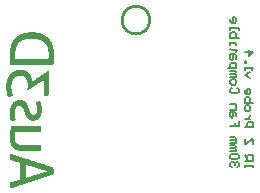
<source format=gbo>
G04 Layer_Color=32896*
%FSLAX44Y44*%
%MOMM*%
G71*
G01*
G75*
%ADD24C,0.2540*%
%ADD27C,0.1500*%
G36*
X17124Y87348D02*
X17380Y87325D01*
X17614Y87302D01*
X17800Y87278D01*
X17963Y87255D01*
X18057Y87232D01*
X18080D01*
X18570Y87138D01*
X18803Y87092D01*
X18989Y87045D01*
X19152Y86975D01*
X19292Y86952D01*
X19362Y86905D01*
X19386D01*
X19805Y86695D01*
X19992Y86602D01*
X20155Y86509D01*
X20295Y86439D01*
X20388Y86369D01*
X20458Y86346D01*
X20482Y86322D01*
X20831Y86089D01*
X21111Y85879D01*
X21228Y85786D01*
X21321Y85716D01*
X21368Y85669D01*
X21391Y85646D01*
X21694Y85343D01*
X21927Y85063D01*
X22020Y84947D01*
X22090Y84853D01*
X22137Y84807D01*
X22160Y84783D01*
X22417Y84434D01*
X22627Y84107D01*
X22697Y83967D01*
X22767Y83851D01*
X22790Y83781D01*
X22813Y83757D01*
X23000Y83361D01*
X23093Y83174D01*
X23163Y82988D01*
X23233Y82848D01*
X23280Y82732D01*
X23326Y82662D01*
Y82638D01*
X23489Y82219D01*
X23559Y82009D01*
X23606Y81845D01*
X23676Y81682D01*
X23699Y81566D01*
X23746Y81496D01*
Y81472D01*
X23839Y81239D01*
X23886Y81053D01*
X23932Y80936D01*
X23956Y80866D01*
Y80820D01*
X23979Y80773D01*
X24002Y80703D01*
X24026Y80610D01*
X24119Y80376D01*
X24236Y80073D01*
X24329Y79770D01*
X24422Y79514D01*
X24469Y79420D01*
X24492Y79327D01*
X24515Y79281D01*
Y79257D01*
X24609Y78931D01*
X24702Y78651D01*
X24749Y78534D01*
X24772Y78441D01*
X24795Y78394D01*
Y78371D01*
X24935Y78068D01*
X25028Y77812D01*
X25075Y77695D01*
X25098Y77625D01*
X25122Y77578D01*
Y77555D01*
X25238Y77275D01*
X25331Y77042D01*
X25378Y76949D01*
X25425Y76879D01*
X25448Y76832D01*
Y76809D01*
X25588Y76576D01*
X25728Y76366D01*
X25821Y76226D01*
X25845Y76203D01*
Y76179D01*
X26008Y75946D01*
X26148Y75783D01*
X26264Y75666D01*
X26311Y75620D01*
X26497Y75457D01*
X26684Y75340D01*
X26824Y75247D01*
X26847Y75223D01*
X26871D01*
X27104Y75107D01*
X27313Y75013D01*
X27477Y74967D01*
X27500Y74943D01*
X27523D01*
X27803Y74897D01*
X28060Y74874D01*
X28153Y74850D01*
X28316D01*
X28619Y74874D01*
X28899Y74920D01*
X29132Y74967D01*
X29342Y75037D01*
X29505Y75107D01*
X29645Y75177D01*
X29715Y75200D01*
X29739Y75223D01*
X29948Y75387D01*
X30135Y75550D01*
X30275Y75736D01*
X30415Y75900D01*
X30508Y76063D01*
X30578Y76179D01*
X30624Y76273D01*
X30648Y76296D01*
X30858Y76856D01*
X30928Y77112D01*
X30998Y77345D01*
X31068Y77555D01*
X31114Y77718D01*
X31137Y77812D01*
Y77858D01*
X31231Y78488D01*
X31254Y78768D01*
X31277Y79047D01*
X31301Y79281D01*
Y79444D01*
Y79560D01*
Y79607D01*
Y79933D01*
X31277Y80237D01*
Y80540D01*
X31254Y80796D01*
X31231Y81006D01*
Y81169D01*
X31207Y81263D01*
Y81309D01*
X31114Y81892D01*
X31068Y82172D01*
X31021Y82405D01*
X30974Y82615D01*
X30951Y82755D01*
X30904Y82871D01*
Y82895D01*
X30788Y83454D01*
X30718Y83687D01*
X30671Y83897D01*
X30624Y84084D01*
X30578Y84224D01*
X30555Y84317D01*
Y84340D01*
X30415Y84807D01*
X30345Y85017D01*
X30275Y85203D01*
X30228Y85366D01*
X30182Y85483D01*
X30158Y85553D01*
Y85576D01*
X30485Y85716D01*
X30764Y85833D01*
X30881Y85856D01*
X30974Y85903D01*
X31021Y85926D01*
X31044D01*
X31394Y86042D01*
X31697Y86159D01*
X31814Y86182D01*
X31907Y86206D01*
X31977Y86229D01*
X32000D01*
X32373Y86322D01*
X32536Y86369D01*
X32700Y86392D01*
X32816Y86416D01*
X32910Y86439D01*
X32980Y86462D01*
X33003D01*
X33376Y86532D01*
X33702Y86579D01*
X33842Y86602D01*
X33936Y86625D01*
X34029D01*
X34192Y86066D01*
X34285Y85809D01*
X34355Y85576D01*
X34402Y85366D01*
X34448Y85203D01*
X34495Y85110D01*
Y85063D01*
X34658Y84457D01*
X34728Y84154D01*
X34775Y83874D01*
X34845Y83641D01*
X34868Y83454D01*
X34915Y83338D01*
Y83291D01*
X35031Y82615D01*
X35078Y82289D01*
X35125Y82009D01*
X35148Y81752D01*
X35171Y81566D01*
X35195Y81449D01*
Y81402D01*
X35241Y80703D01*
Y80353D01*
X35265Y80073D01*
Y79817D01*
Y79607D01*
Y79490D01*
Y79467D01*
Y79444D01*
X35241Y78581D01*
X35195Y77812D01*
X35148Y77439D01*
X35101Y77089D01*
X35055Y76786D01*
X35031Y76483D01*
X34985Y76226D01*
X34938Y75993D01*
X34892Y75783D01*
X34845Y75620D01*
X34822Y75480D01*
X34798Y75387D01*
X34775Y75317D01*
Y75293D01*
X34565Y74640D01*
X34332Y74057D01*
X34076Y73545D01*
X33819Y73102D01*
X33609Y72752D01*
X33516Y72612D01*
X33423Y72495D01*
X33353Y72379D01*
X33306Y72309D01*
X33283Y72285D01*
X33259Y72262D01*
X32863Y71819D01*
X32467Y71446D01*
X32070Y71143D01*
X31697Y70886D01*
X31371Y70676D01*
X31114Y70537D01*
X31021Y70490D01*
X30951Y70443D01*
X30904Y70420D01*
X30881D01*
X30368Y70210D01*
X29832Y70070D01*
X29319Y69954D01*
X28829Y69884D01*
X28433Y69837D01*
X28246D01*
X28106Y69814D01*
X27803D01*
X27337Y69837D01*
X26917Y69860D01*
X26544Y69930D01*
X26194Y70000D01*
X25914Y70047D01*
X25728Y70117D01*
X25588Y70140D01*
X25565Y70163D01*
X25541D01*
X25168Y70327D01*
X24818Y70490D01*
X24515Y70676D01*
X24259Y70863D01*
X24049Y71026D01*
X23886Y71166D01*
X23793Y71259D01*
X23746Y71283D01*
X23466Y71562D01*
X23210Y71889D01*
X22977Y72192D01*
X22767Y72495D01*
X22580Y72775D01*
X22440Y72985D01*
X22347Y73125D01*
X22324Y73148D01*
Y73171D01*
X22067Y73638D01*
X21834Y74104D01*
X21601Y74570D01*
X21414Y75013D01*
X21274Y75387D01*
X21204Y75550D01*
X21134Y75690D01*
X21111Y75783D01*
X21065Y75876D01*
X21041Y75923D01*
Y75946D01*
X20971Y76133D01*
X20901Y76296D01*
X20878Y76389D01*
X20855Y76436D01*
X20831Y76483D01*
X20808Y76506D01*
Y76552D01*
X20761Y76646D01*
X20691Y76832D01*
X20598Y77065D01*
X20528Y77299D01*
X20435Y77508D01*
X20388Y77672D01*
X20365Y77695D01*
Y77718D01*
X20248Y78068D01*
X20155Y78371D01*
X20132Y78511D01*
X20085Y78604D01*
X20062Y78651D01*
Y78674D01*
X19945Y79001D01*
X19852Y79281D01*
X19829Y79374D01*
X19782Y79467D01*
X19759Y79514D01*
Y79537D01*
X19619Y79840D01*
X19502Y80073D01*
X19456Y80167D01*
X19409Y80237D01*
X19386Y80260D01*
Y80283D01*
X19222Y80540D01*
X19106Y80773D01*
X19036Y80866D01*
X19013Y80936D01*
X18966Y80959D01*
Y80983D01*
X18779Y81216D01*
X18616Y81379D01*
X18500Y81496D01*
X18476Y81542D01*
X18453D01*
X18243Y81729D01*
X18057Y81869D01*
X17893Y81962D01*
X17870Y81985D01*
X17847D01*
X17614Y82125D01*
X17380Y82219D01*
X17264Y82242D01*
X17194Y82265D01*
X17147Y82289D01*
X17124D01*
X16797Y82335D01*
X16494Y82358D01*
X16168D01*
X15841Y82335D01*
X15562Y82312D01*
X15468Y82289D01*
X15375D01*
X15328Y82265D01*
X15305D01*
X15002Y82149D01*
X14769Y82032D01*
X14676Y81985D01*
X14629Y81939D01*
X14582Y81915D01*
X14559Y81892D01*
X14303Y81706D01*
X14069Y81519D01*
X13976Y81449D01*
X13906Y81379D01*
X13883Y81356D01*
X13859Y81333D01*
X13626Y81099D01*
X13463Y80866D01*
X13393Y80773D01*
X13347Y80703D01*
X13300Y80656D01*
Y80633D01*
X13137Y80330D01*
X12997Y80050D01*
X12950Y79933D01*
X12903Y79840D01*
X12880Y79794D01*
Y79770D01*
X12740Y79420D01*
X12647Y79117D01*
X12600Y78977D01*
X12577Y78884D01*
X12554Y78814D01*
Y78791D01*
X12460Y78394D01*
X12437Y78208D01*
X12414Y78045D01*
X12391Y77905D01*
X12367Y77788D01*
Y77718D01*
Y77695D01*
X12344Y77299D01*
Y77112D01*
X12320Y76926D01*
Y76786D01*
Y76669D01*
Y76599D01*
Y76576D01*
X12344Y75970D01*
Y75713D01*
X12367Y75457D01*
Y75247D01*
X12391Y75083D01*
Y74990D01*
Y74943D01*
X12460Y74337D01*
X12507Y74081D01*
X12530Y73824D01*
X12577Y73615D01*
X12600Y73451D01*
X12624Y73358D01*
Y73311D01*
X12764Y72728D01*
X12833Y72449D01*
X12880Y72215D01*
X12927Y72029D01*
X12973Y71889D01*
X12997Y71772D01*
Y71749D01*
X13183Y71213D01*
X13253Y70956D01*
X13347Y70746D01*
X13416Y70560D01*
X13463Y70420D01*
X13486Y70327D01*
X13510Y70303D01*
X13137Y70163D01*
X12950Y70094D01*
X12810Y70047D01*
X12670Y70000D01*
X12577Y69954D01*
X12507Y69930D01*
X12484D01*
X12111Y69790D01*
X11947Y69744D01*
X11784Y69697D01*
X11668Y69651D01*
X11574Y69604D01*
X11504Y69581D01*
X11481D01*
X11085Y69464D01*
X10921Y69417D01*
X10758Y69371D01*
X10618Y69347D01*
X10525Y69324D01*
X10455Y69301D01*
X10432D01*
X10059Y69231D01*
X9756Y69208D01*
X9616Y69184D01*
X9523Y69161D01*
X9429D01*
X9219Y69744D01*
X9149Y70024D01*
X9079Y70257D01*
X9010Y70490D01*
X8963Y70653D01*
X8939Y70746D01*
Y70793D01*
X8776Y71423D01*
X8706Y71702D01*
X8660Y71982D01*
X8613Y72215D01*
X8566Y72379D01*
X8543Y72495D01*
Y72542D01*
X8427Y73241D01*
X8380Y73568D01*
X8357Y73871D01*
X8310Y74127D01*
Y74314D01*
X8287Y74454D01*
Y74500D01*
X8240Y75317D01*
Y75690D01*
X8217Y76039D01*
Y76319D01*
Y76552D01*
Y76646D01*
Y76716D01*
Y76739D01*
Y76762D01*
Y77205D01*
X8240Y77625D01*
X8263Y78021D01*
X8287Y78348D01*
X8310Y78628D01*
X8333Y78837D01*
X8357Y78977D01*
Y79024D01*
X8427Y79420D01*
X8497Y79817D01*
X8566Y80167D01*
X8660Y80470D01*
X8730Y80726D01*
X8776Y80936D01*
X8800Y81053D01*
X8823Y81099D01*
X8939Y81472D01*
X9056Y81799D01*
X9196Y82125D01*
X9289Y82382D01*
X9406Y82615D01*
X9476Y82778D01*
X9523Y82871D01*
X9546Y82918D01*
X9709Y83221D01*
X9872Y83524D01*
X10035Y83781D01*
X10175Y84014D01*
X10315Y84200D01*
X10409Y84340D01*
X10479Y84434D01*
X10502Y84457D01*
X10712Y84713D01*
X10921Y84970D01*
X11131Y85180D01*
X11318Y85366D01*
X11458Y85506D01*
X11574Y85623D01*
X11668Y85693D01*
X11691Y85716D01*
X12204Y86066D01*
X12437Y86229D01*
X12647Y86369D01*
X12833Y86462D01*
X12997Y86556D01*
X13090Y86602D01*
X13113Y86625D01*
X13696Y86882D01*
X13976Y86975D01*
X14232Y87045D01*
X14442Y87115D01*
X14606Y87162D01*
X14699Y87185D01*
X14746D01*
X15398Y87302D01*
X15702Y87325D01*
X15958Y87348D01*
X16191Y87372D01*
X16844D01*
X17124Y87348D01*
D02*
G37*
G36*
X34728Y65197D02*
X34752Y65010D01*
X34775Y64871D01*
Y64847D01*
Y64824D01*
X34798Y64591D01*
Y64381D01*
X34822Y64288D01*
Y64241D01*
Y64194D01*
Y64171D01*
X34845Y63938D01*
Y63728D01*
Y63588D01*
Y63565D01*
Y63541D01*
X34868Y63332D01*
X34892Y63145D01*
Y63005D01*
Y62982D01*
Y62958D01*
Y62725D01*
X34868Y62539D01*
X34845Y62399D01*
Y62376D01*
Y62352D01*
Y62119D01*
Y61933D01*
X34822Y61769D01*
Y61746D01*
Y61723D01*
X34798Y61466D01*
Y61256D01*
X34775Y61116D01*
Y61093D01*
Y61070D01*
X34752Y60837D01*
X34705Y60650D01*
X34682Y60533D01*
Y60510D01*
Y60487D01*
X12950D01*
X12764Y59787D01*
X12694Y59438D01*
X12647Y59134D01*
X12600Y58855D01*
X12554Y58645D01*
X12530Y58505D01*
Y58482D01*
Y58458D01*
X12460Y57642D01*
X12437Y57246D01*
Y56873D01*
X12414Y56546D01*
Y56313D01*
Y56220D01*
Y56150D01*
Y56103D01*
Y56080D01*
X12437Y55474D01*
Y55194D01*
X12460Y54961D01*
Y54751D01*
X12484Y54611D01*
Y54518D01*
Y54471D01*
X12530Y54191D01*
X12577Y53935D01*
X12624Y53702D01*
X12670Y53492D01*
X12694Y53305D01*
X12740Y53189D01*
X12764Y53095D01*
Y53072D01*
X12903Y52606D01*
X12997Y52396D01*
X13067Y52209D01*
X13137Y52046D01*
X13207Y51929D01*
X13230Y51859D01*
X13253Y51836D01*
X13510Y51463D01*
X13626Y51277D01*
X13743Y51137D01*
X13836Y51020D01*
X13929Y50927D01*
X13976Y50857D01*
X13999Y50834D01*
X14372Y50530D01*
X14722Y50274D01*
X14885Y50181D01*
X15002Y50111D01*
X15072Y50064D01*
X15095Y50041D01*
X15585Y49808D01*
X15818Y49714D01*
X16028Y49621D01*
X16238Y49574D01*
X16378Y49528D01*
X16471Y49481D01*
X16518D01*
X17124Y49318D01*
X17427Y49271D01*
X17707Y49225D01*
X17940Y49178D01*
X18126Y49155D01*
X18243Y49131D01*
X18290D01*
X19059Y49085D01*
X19432Y49061D01*
X19782D01*
X20085Y49038D01*
X34682D01*
X34728Y48805D01*
X34752Y48618D01*
X34775Y48478D01*
Y48455D01*
Y48432D01*
X34798Y48199D01*
Y47989D01*
X34822Y47826D01*
Y47802D01*
Y47779D01*
X34845Y47523D01*
Y47289D01*
Y47196D01*
Y47126D01*
Y47103D01*
Y47080D01*
X34868Y46870D01*
X34892Y46683D01*
Y46543D01*
Y46520D01*
Y46497D01*
Y46310D01*
X34868Y46123D01*
X34845Y45984D01*
Y45960D01*
Y45937D01*
Y45727D01*
Y45517D01*
X34822Y45424D01*
Y45354D01*
Y45307D01*
Y45284D01*
X34798Y44981D01*
X34752Y44724D01*
X34728Y44515D01*
Y44351D01*
X34705Y44212D01*
X34682Y44095D01*
Y44048D01*
Y44025D01*
X20318D01*
X19596Y44048D01*
X18943Y44072D01*
X18360Y44118D01*
X17847Y44165D01*
X17614Y44188D01*
X17404Y44212D01*
X17241D01*
X17100Y44235D01*
X16984Y44258D01*
X16891Y44281D01*
X16821D01*
X16261Y44375D01*
X15725Y44491D01*
X15259Y44608D01*
X14862Y44724D01*
X14536Y44818D01*
X14279Y44911D01*
X14186Y44934D01*
X14116Y44958D01*
X14093Y44981D01*
X14069D01*
X13650Y45167D01*
X13230Y45354D01*
X12880Y45540D01*
X12577Y45727D01*
X12320Y45890D01*
X12134Y46007D01*
X12017Y46100D01*
X11971Y46123D01*
X11644Y46380D01*
X11341Y46637D01*
X11061Y46870D01*
X10828Y47103D01*
X10642Y47289D01*
X10502Y47453D01*
X10409Y47546D01*
X10385Y47593D01*
X10152Y47919D01*
X9942Y48222D01*
X9756Y48525D01*
X9592Y48805D01*
X9476Y49038D01*
X9359Y49225D01*
X9313Y49341D01*
X9289Y49388D01*
X9010Y50134D01*
X8893Y50484D01*
X8800Y50810D01*
X8730Y51067D01*
X8683Y51277D01*
X8636Y51417D01*
Y51463D01*
X8566Y51883D01*
X8497Y52279D01*
X8450Y52676D01*
X8403Y53025D01*
X8357Y53305D01*
X8333Y53538D01*
Y53608D01*
X8310Y53678D01*
Y53702D01*
Y53725D01*
X8287Y54168D01*
X8263Y54611D01*
X8240Y55007D01*
Y55380D01*
X8217Y55707D01*
Y55940D01*
Y56033D01*
Y56103D01*
Y56127D01*
Y56150D01*
Y56639D01*
X8240Y57106D01*
Y57526D01*
X8263Y57922D01*
X8287Y58248D01*
Y58505D01*
X8310Y58598D01*
Y58668D01*
Y58691D01*
Y58715D01*
X8357Y59181D01*
X8427Y59624D01*
X8473Y60044D01*
X8543Y60417D01*
X8590Y60743D01*
X8636Y60977D01*
Y61070D01*
X8660Y61140D01*
Y61163D01*
Y61186D01*
X8753Y61653D01*
X8823Y62072D01*
X8916Y62469D01*
X8986Y62795D01*
X9033Y63098D01*
X9079Y63308D01*
X9126Y63448D01*
Y63495D01*
X9219Y63868D01*
X9313Y64218D01*
X9406Y64544D01*
X9476Y64847D01*
X9523Y65080D01*
X9569Y65244D01*
X9616Y65360D01*
Y65407D01*
X34682D01*
X34728Y65197D01*
D02*
G37*
G36*
X9243Y41810D02*
X9616Y41693D01*
X9966Y41577D01*
X10269Y41483D01*
X10502Y41413D01*
X10688Y41343D01*
X10805Y41320D01*
X10852Y41297D01*
X11178Y41203D01*
X11481Y41110D01*
X11738Y41017D01*
X11971Y40947D01*
X12181Y40900D01*
X12320Y40854D01*
X12414Y40807D01*
X12437D01*
X13020Y40621D01*
X13510Y40434D01*
X13929Y40294D01*
X14279Y40201D01*
X14536Y40108D01*
X14722Y40038D01*
X14839Y40014D01*
X14885Y39991D01*
X15212Y39874D01*
X15538Y39781D01*
X15865Y39665D01*
X16191Y39571D01*
X16448Y39478D01*
X16658Y39408D01*
X16797Y39362D01*
X16821Y39338D01*
X16844D01*
X17124Y39268D01*
X17380Y39198D01*
X17474Y39152D01*
X17567Y39128D01*
X17614Y39105D01*
X17637D01*
X17987Y38988D01*
X18290Y38872D01*
X18430Y38849D01*
X18523Y38802D01*
X18593Y38779D01*
X18616D01*
X19036Y38639D01*
X19246Y38592D01*
X19432Y38522D01*
X19596Y38475D01*
X19712Y38429D01*
X19805Y38382D01*
X19829D01*
X20342Y38219D01*
X20598Y38126D01*
X20831Y38056D01*
X21018Y37986D01*
X21181Y37939D01*
X21274Y37916D01*
X21321Y37892D01*
X21834Y37729D01*
X22347Y37566D01*
X22860Y37403D01*
X23350Y37240D01*
X23769Y37123D01*
X23956Y37053D01*
X24096Y37006D01*
X24236Y36960D01*
X24329Y36937D01*
X24376Y36913D01*
X24399D01*
X25075Y36680D01*
X25798Y36447D01*
X26474Y36237D01*
X27127Y36027D01*
X27430Y35934D01*
X27687Y35841D01*
X27920Y35747D01*
X28130Y35701D01*
X28293Y35631D01*
X28433Y35584D01*
X28503Y35561D01*
X28526D01*
X29109Y35374D01*
X29692Y35188D01*
X30881Y34791D01*
X32070Y34418D01*
X32630Y34232D01*
X33166Y34045D01*
X33679Y33882D01*
X34122Y33742D01*
X34542Y33602D01*
X34892Y33486D01*
X35171Y33392D01*
X35381Y33346D01*
X35521Y33299D01*
X35568Y33276D01*
X36337Y33019D01*
X37153Y32763D01*
X38762Y32226D01*
X39578Y31970D01*
X40371Y31713D01*
X41117Y31480D01*
X41840Y31247D01*
X42516Y31014D01*
X43146Y30827D01*
X43682Y30641D01*
X44172Y30501D01*
X44382Y30431D01*
X44545Y30361D01*
X44708Y30314D01*
X44848Y30268D01*
X44941Y30245D01*
X45011Y30221D01*
X45058Y30198D01*
X45081D01*
X45128Y29941D01*
X45151Y29708D01*
Y29615D01*
X45174Y29545D01*
Y29522D01*
Y29498D01*
X45198Y29218D01*
Y28985D01*
X45221Y28869D01*
Y28799D01*
Y28752D01*
Y28729D01*
X45244Y28449D01*
Y28216D01*
Y28123D01*
Y28053D01*
Y28006D01*
Y27983D01*
X45268Y27726D01*
Y27493D01*
Y27400D01*
Y27330D01*
Y27283D01*
Y27260D01*
Y26980D01*
Y26747D01*
X45244Y26630D01*
Y26560D01*
Y26514D01*
Y26490D01*
Y26211D01*
Y25954D01*
X45221Y25861D01*
Y25791D01*
Y25744D01*
Y25721D01*
X45198Y25441D01*
Y25208D01*
X45174Y25115D01*
Y25045D01*
Y24998D01*
Y24975D01*
X45151Y24718D01*
X45104Y24508D01*
X45081Y24345D01*
Y24322D01*
Y24299D01*
X44661Y24159D01*
X44265Y24042D01*
X43915Y23925D01*
X43612Y23832D01*
X43379Y23739D01*
X43193Y23669D01*
X43076Y23646D01*
X43029Y23622D01*
X42703Y23529D01*
X42423Y23436D01*
X42143Y23343D01*
X41910Y23273D01*
X41723Y23226D01*
X41584Y23179D01*
X41490Y23133D01*
X41467D01*
X40884Y22946D01*
X40394Y22783D01*
X39975Y22643D01*
X39625Y22527D01*
X39345Y22433D01*
X39159Y22363D01*
X39042Y22340D01*
X38995Y22317D01*
X38669Y22200D01*
X38342Y22107D01*
X38016Y21990D01*
X37713Y21897D01*
X37433Y21804D01*
X37223Y21757D01*
X37083Y21710D01*
X37060Y21687D01*
X37037D01*
X36780Y21594D01*
X36524Y21500D01*
X36430Y21477D01*
X36337Y21454D01*
X36291Y21431D01*
X36267D01*
X35917Y21314D01*
X35591Y21221D01*
X35475Y21174D01*
X35358Y21127D01*
X35288Y21104D01*
X35265D01*
X34845Y20964D01*
X34658Y20918D01*
X34472Y20848D01*
X34309Y20801D01*
X34192Y20754D01*
X34099Y20708D01*
X34076D01*
X33563Y20545D01*
X33306Y20451D01*
X33073Y20381D01*
X32863Y20311D01*
X32700Y20265D01*
X32606Y20241D01*
X32560Y20218D01*
X32047Y20055D01*
X31534Y19892D01*
X31021Y19728D01*
X30531Y19565D01*
X30111Y19425D01*
X29925Y19355D01*
X29785Y19309D01*
X29645Y19262D01*
X29552Y19239D01*
X29505Y19215D01*
X29482D01*
X28806Y19006D01*
X28083Y18772D01*
X27407Y18539D01*
X26777Y18353D01*
X26474Y18236D01*
X26218Y18166D01*
X25984Y18073D01*
X25775Y18026D01*
X25611Y17956D01*
X25471Y17910D01*
X25401Y17886D01*
X25378D01*
X24818Y17700D01*
X24212Y17513D01*
X23023Y17117D01*
X21834Y16744D01*
X21274Y16557D01*
X20738Y16371D01*
X20225Y16207D01*
X19759Y16068D01*
X19362Y15928D01*
X18989Y15811D01*
X18709Y15718D01*
X18500Y15671D01*
X18360Y15625D01*
X18336Y15601D01*
X18313D01*
X17544Y15345D01*
X16751Y15088D01*
X15119Y14552D01*
X14326Y14296D01*
X13533Y14039D01*
X12764Y13783D01*
X12041Y13549D01*
X11365Y13340D01*
X10758Y13130D01*
X10199Y12943D01*
X9732Y12803D01*
X9523Y12733D01*
X9359Y12663D01*
X9196Y12617D01*
X9056Y12570D01*
X8963Y12547D01*
X8893Y12523D01*
X8846Y12500D01*
X8823D01*
X8776Y12710D01*
X8730Y12896D01*
X8706Y13036D01*
Y13060D01*
Y13083D01*
X8683Y13316D01*
Y13503D01*
X8660Y13666D01*
Y13689D01*
Y13713D01*
X8636Y13969D01*
Y14202D01*
Y14272D01*
Y14342D01*
Y14389D01*
Y14412D01*
X8613Y14669D01*
Y14902D01*
Y14972D01*
Y15042D01*
Y15088D01*
Y15112D01*
Y15345D01*
X8636Y15555D01*
Y15718D01*
Y15741D01*
Y15764D01*
Y16021D01*
X8660Y16231D01*
Y16324D01*
Y16394D01*
Y16417D01*
Y16441D01*
X8683Y16674D01*
Y16860D01*
X8706Y17024D01*
Y17047D01*
Y17070D01*
X8753Y17327D01*
X8776Y17537D01*
X8800Y17630D01*
X8823Y17700D01*
Y17723D01*
Y17746D01*
X9826Y18050D01*
X10782Y18329D01*
X11668Y18586D01*
X12484Y18819D01*
X13230Y19029D01*
X13929Y19239D01*
X14536Y19425D01*
X15095Y19589D01*
X15585Y19728D01*
X16005Y19845D01*
X16378Y19962D01*
X16681Y20031D01*
X16891Y20101D01*
X17054Y20148D01*
X17170Y20195D01*
X17194D01*
Y21034D01*
Y21874D01*
Y22666D01*
Y23436D01*
Y24159D01*
Y24881D01*
Y25558D01*
Y26234D01*
Y26864D01*
Y27470D01*
Y28053D01*
Y28589D01*
Y29125D01*
Y29615D01*
Y30081D01*
Y30524D01*
Y30944D01*
Y31340D01*
Y31690D01*
Y32040D01*
Y32343D01*
Y32623D01*
Y32879D01*
Y33112D01*
Y33322D01*
Y33486D01*
Y33649D01*
Y33765D01*
Y33859D01*
Y33929D01*
Y33952D01*
Y33975D01*
X16961Y34045D01*
X16751Y34115D01*
X16564Y34185D01*
X16401Y34232D01*
X16121Y34302D01*
X15935Y34372D01*
X15818Y34395D01*
X15725Y34418D01*
X15678Y34442D01*
X15632Y34465D01*
X15562D01*
X15398Y34535D01*
X15165Y34605D01*
X14932Y34675D01*
X14699Y34745D01*
X14489Y34815D01*
X14349Y34838D01*
X14326Y34861D01*
X14303D01*
X14069Y34931D01*
X13836Y34978D01*
X13720Y35001D01*
X13650Y35024D01*
X13603Y35048D01*
X13580D01*
X13276Y35164D01*
X12973Y35258D01*
X12833Y35304D01*
X12717Y35328D01*
X12647Y35351D01*
X12624D01*
X12367Y35444D01*
X12087Y35538D01*
X11808Y35607D01*
X11574Y35677D01*
X11341Y35747D01*
X11178Y35794D01*
X11061Y35841D01*
X11015D01*
X10642Y35957D01*
X10269Y36074D01*
X9895Y36190D01*
X9569Y36284D01*
X9266Y36377D01*
X9033Y36447D01*
X8939Y36470D01*
X8870Y36493D01*
X8846Y36517D01*
X8823D01*
X8776Y36727D01*
X8730Y36937D01*
X8706Y37076D01*
Y37100D01*
Y37123D01*
X8683Y37356D01*
Y37589D01*
X8660Y37683D01*
Y37729D01*
Y37776D01*
Y37799D01*
X8636Y38032D01*
Y38266D01*
Y38359D01*
Y38405D01*
Y38452D01*
Y38475D01*
X8613Y38709D01*
Y38918D01*
Y39082D01*
Y39105D01*
Y39128D01*
Y39408D01*
X8636Y39641D01*
Y39711D01*
Y39781D01*
Y39828D01*
Y39851D01*
Y40108D01*
X8660Y40364D01*
Y40457D01*
Y40527D01*
Y40574D01*
Y40597D01*
X8683Y40877D01*
Y41110D01*
X8706Y41180D01*
Y41250D01*
Y41297D01*
Y41320D01*
X8753Y41577D01*
X8776Y41763D01*
X8823Y41903D01*
Y41926D01*
Y41950D01*
X9243Y41810D01*
D02*
G37*
G36*
X27710Y144732D02*
X28526Y144709D01*
X29295Y144639D01*
X30042Y144569D01*
X30741Y144475D01*
X31417Y144382D01*
X32024Y144266D01*
X32583Y144172D01*
X33096Y144056D01*
X33563Y143939D01*
X33959Y143846D01*
X34285Y143753D01*
X34542Y143683D01*
X34728Y143613D01*
X34845Y143589D01*
X34892Y143566D01*
X35521Y143333D01*
X36127Y143076D01*
X36710Y142797D01*
X37270Y142517D01*
X37783Y142214D01*
X38273Y141934D01*
X38716Y141631D01*
X39135Y141351D01*
X39508Y141071D01*
X39835Y140838D01*
X40115Y140605D01*
X40348Y140418D01*
X40534Y140255D01*
X40674Y140115D01*
X40767Y140045D01*
X40791Y140022D01*
X41234Y139556D01*
X41654Y139089D01*
X42027Y138600D01*
X42376Y138087D01*
X42703Y137597D01*
X43006Y137107D01*
X43262Y136617D01*
X43519Y136174D01*
X43729Y135731D01*
X43892Y135358D01*
X44055Y134985D01*
X44172Y134682D01*
X44288Y134449D01*
X44358Y134263D01*
X44382Y134146D01*
X44405Y134099D01*
X44615Y133423D01*
X44801Y132724D01*
X44965Y132001D01*
X45104Y131301D01*
X45221Y130578D01*
X45314Y129902D01*
X45408Y129226D01*
X45478Y128596D01*
X45524Y128013D01*
X45547Y127477D01*
X45571Y126987D01*
X45594Y126568D01*
X45617Y126241D01*
Y126102D01*
Y125985D01*
Y125892D01*
Y125822D01*
Y125798D01*
Y125775D01*
Y125332D01*
Y124912D01*
Y124516D01*
Y124166D01*
X45594Y123863D01*
Y123653D01*
Y123560D01*
Y123490D01*
Y123467D01*
Y123443D01*
X45571Y123000D01*
X45547Y122557D01*
X45524Y122138D01*
X45501Y121788D01*
X45478Y121461D01*
Y121228D01*
X45454Y121135D01*
Y121065D01*
Y121042D01*
Y121018D01*
X45431Y120599D01*
X45384Y120202D01*
X45361Y119853D01*
X45338Y119549D01*
X45314Y119316D01*
X45291Y119130D01*
X45268Y119013D01*
Y118966D01*
X45198Y118290D01*
X45174Y117987D01*
X45151Y117684D01*
X45128Y117451D01*
X45104Y117264D01*
X45081Y117148D01*
Y117101D01*
Y117008D01*
Y116984D01*
Y116915D01*
Y116891D01*
Y116868D01*
X8823D01*
X8730Y117521D01*
X8683Y117824D01*
X8660Y118127D01*
X8636Y118360D01*
X8613Y118570D01*
X8590Y118687D01*
Y118733D01*
X8520Y119479D01*
X8497Y119853D01*
X8473Y120179D01*
X8450Y120459D01*
X8427Y120692D01*
X8403Y120762D01*
Y120832D01*
Y120855D01*
Y120878D01*
X8357Y121298D01*
X8333Y121718D01*
X8310Y122114D01*
X8287Y122464D01*
X8263Y122767D01*
X8240Y123000D01*
Y123094D01*
Y123163D01*
Y123187D01*
Y123210D01*
Y123653D01*
X8217Y124073D01*
Y124469D01*
Y124819D01*
Y125122D01*
Y125355D01*
Y125449D01*
Y125519D01*
Y125542D01*
Y125565D01*
X8240Y126451D01*
X8263Y127291D01*
X8333Y128107D01*
X8403Y128876D01*
X8473Y129622D01*
X8590Y130299D01*
X8683Y130951D01*
X8800Y131534D01*
X8893Y132071D01*
X9010Y132537D01*
X9103Y132957D01*
X9173Y133307D01*
X9266Y133563D01*
X9313Y133773D01*
X9336Y133889D01*
X9359Y133936D01*
X9592Y134589D01*
X9826Y135218D01*
X10105Y135825D01*
X10385Y136384D01*
X10665Y136921D01*
X10945Y137410D01*
X11248Y137853D01*
X11504Y138273D01*
X11784Y138646D01*
X12017Y138973D01*
X12251Y139252D01*
X12437Y139486D01*
X12600Y139672D01*
X12717Y139789D01*
X12787Y139882D01*
X12810Y139905D01*
X13253Y140348D01*
X13720Y140768D01*
X14186Y141141D01*
X14676Y141491D01*
X15165Y141817D01*
X15655Y142120D01*
X16121Y142400D01*
X16564Y142633D01*
X16984Y142843D01*
X17380Y143030D01*
X17730Y143193D01*
X18033Y143310D01*
X18266Y143426D01*
X18453Y143496D01*
X18570Y143519D01*
X18616Y143543D01*
X19292Y143753D01*
X19992Y143939D01*
X20691Y144102D01*
X21391Y144242D01*
X22090Y144359D01*
X22767Y144452D01*
X23443Y144545D01*
X24072Y144615D01*
X24655Y144662D01*
X25192Y144685D01*
X25658Y144709D01*
X26078Y144732D01*
X26404Y144755D01*
X26871D01*
X27710Y144732D01*
D02*
G37*
G36*
X18220Y112881D02*
X18476Y112857D01*
X18733Y112834D01*
X18919Y112811D01*
X19082Y112787D01*
X19199Y112764D01*
X19222D01*
X19829Y112647D01*
X20108Y112577D01*
X20342Y112507D01*
X20552Y112438D01*
X20715Y112391D01*
X20808Y112368D01*
X20855Y112344D01*
X21437Y112111D01*
X21717Y111995D01*
X21951Y111878D01*
X22137Y111761D01*
X22277Y111691D01*
X22394Y111645D01*
X22417Y111622D01*
X22697Y111458D01*
X22953Y111295D01*
X23210Y111132D01*
X23396Y110969D01*
X23583Y110852D01*
X23699Y110735D01*
X23793Y110666D01*
X23816Y110642D01*
X24306Y110199D01*
X24515Y109989D01*
X24679Y109803D01*
X24842Y109616D01*
X24958Y109476D01*
X25028Y109383D01*
X25052Y109360D01*
X25425Y108823D01*
X25588Y108567D01*
X25728Y108310D01*
X25845Y108101D01*
X25938Y107937D01*
X25984Y107844D01*
X26008Y107797D01*
X26264Y107121D01*
X26381Y106795D01*
X26451Y106515D01*
X26521Y106258D01*
X26567Y106072D01*
X26614Y105932D01*
Y105909D01*
Y105885D01*
X26731Y105116D01*
X26777Y104743D01*
X26800Y104393D01*
X26824Y104090D01*
Y103880D01*
Y103787D01*
Y103717D01*
Y103694D01*
Y103670D01*
Y103554D01*
Y103507D01*
Y103484D01*
Y103391D01*
Y103321D01*
Y103274D01*
Y103251D01*
Y103134D01*
Y103111D01*
Y103087D01*
X26800Y102971D01*
X26777Y102924D01*
Y102901D01*
X27640Y103461D01*
X28479Y104020D01*
X29272Y104556D01*
X30042Y105069D01*
X30788Y105559D01*
X31511Y106025D01*
X32210Y106492D01*
X32886Y106935D01*
X33516Y107354D01*
X34145Y107751D01*
X34728Y108147D01*
X35288Y108520D01*
X35824Y108870D01*
X36314Y109197D01*
X36804Y109500D01*
X37247Y109803D01*
X37666Y110083D01*
X38063Y110339D01*
X38436Y110596D01*
X38786Y110805D01*
X39089Y111015D01*
X39369Y111202D01*
X39648Y111388D01*
X39881Y111528D01*
X40068Y111668D01*
X40255Y111785D01*
X40394Y111878D01*
X40534Y111971D01*
X40628Y112041D01*
X40698Y112065D01*
X40721Y112111D01*
X40744D01*
X41001Y111948D01*
X41187Y111831D01*
X41304Y111761D01*
X41327Y111738D01*
Y111295D01*
Y111085D01*
Y110922D01*
Y110782D01*
Y110689D01*
Y110619D01*
Y110596D01*
Y110246D01*
Y109966D01*
Y109873D01*
Y109779D01*
Y109733D01*
Y109710D01*
Y109290D01*
Y108917D01*
Y108614D01*
Y108380D01*
Y108194D01*
Y108054D01*
Y107984D01*
Y107961D01*
Y107727D01*
Y107471D01*
Y107191D01*
Y106888D01*
Y106632D01*
Y106422D01*
Y106258D01*
Y106235D01*
Y106212D01*
Y105979D01*
Y105746D01*
Y105652D01*
Y105582D01*
Y105536D01*
Y105512D01*
Y105233D01*
Y104953D01*
Y104836D01*
Y104766D01*
Y104696D01*
Y104673D01*
Y104393D01*
Y104113D01*
Y103810D01*
Y103554D01*
Y103321D01*
Y103111D01*
Y102994D01*
Y102971D01*
Y102948D01*
Y102574D01*
Y102178D01*
Y101782D01*
Y101409D01*
Y101105D01*
Y100849D01*
Y100756D01*
Y100686D01*
Y100639D01*
Y100616D01*
Y99963D01*
Y99287D01*
Y98634D01*
Y98004D01*
Y97724D01*
Y97468D01*
Y97235D01*
Y97025D01*
Y96885D01*
Y96745D01*
Y96675D01*
Y96652D01*
Y95766D01*
Y94856D01*
Y93970D01*
Y93527D01*
Y93131D01*
Y92758D01*
Y92408D01*
Y92082D01*
Y91825D01*
Y91615D01*
Y91452D01*
Y91359D01*
Y91312D01*
X41141Y91266D01*
X40954Y91242D01*
X40814Y91219D01*
X40791Y91196D01*
X40767D01*
X40558Y91172D01*
X40371D01*
X40231Y91149D01*
X40185D01*
X39951Y91126D01*
X39765D01*
X39625Y91102D01*
X38599D01*
X38412Y91126D01*
X38086D01*
X37969Y91149D01*
X37876D01*
X37503Y91196D01*
X37317Y91219D01*
X37177Y91242D01*
X37037Y91266D01*
X36944Y91289D01*
X36874Y91312D01*
X36850D01*
Y92105D01*
Y92874D01*
Y93621D01*
Y94343D01*
Y95043D01*
Y95719D01*
Y96372D01*
Y96978D01*
Y97584D01*
Y98144D01*
Y98680D01*
Y99217D01*
Y99706D01*
Y100173D01*
Y100616D01*
Y101035D01*
Y101409D01*
Y101782D01*
Y102131D01*
Y102435D01*
Y102738D01*
Y102994D01*
Y103227D01*
Y103437D01*
Y103647D01*
Y103810D01*
Y103950D01*
Y104043D01*
Y104137D01*
Y104207D01*
Y104230D01*
Y104253D01*
X36034Y103740D01*
X35241Y103227D01*
X34472Y102761D01*
X33749Y102295D01*
X33026Y101828D01*
X32350Y101409D01*
X31674Y100989D01*
X31044Y100569D01*
X30438Y100196D01*
X29855Y99823D01*
X29295Y99473D01*
X28759Y99123D01*
X28270Y98820D01*
X27780Y98517D01*
X27337Y98214D01*
X26894Y97958D01*
X26497Y97701D01*
X26124Y97445D01*
X25775Y97235D01*
X25448Y97025D01*
X25145Y96838D01*
X24889Y96652D01*
X24632Y96512D01*
X24422Y96372D01*
X24212Y96232D01*
X24049Y96139D01*
X23909Y96046D01*
X23793Y95976D01*
X23699Y95906D01*
X23629Y95859D01*
X23606Y95836D01*
X23583D01*
X23466Y95906D01*
X23419Y95952D01*
X23373D01*
X23326Y95999D01*
X23256Y96046D01*
X23163Y96092D01*
X23070Y96162D01*
X22977Y96209D01*
X22930Y96232D01*
X22906Y96256D01*
X22977Y96629D01*
X23046Y96932D01*
X23070Y97072D01*
Y97165D01*
X23093Y97235D01*
Y97258D01*
X23163Y97654D01*
X23186Y97818D01*
X23210Y97981D01*
Y98121D01*
X23233Y98214D01*
Y98284D01*
Y98307D01*
X23256Y98680D01*
Y98984D01*
X23280Y99123D01*
Y99217D01*
Y99287D01*
Y99310D01*
X23303Y99683D01*
Y99870D01*
Y100009D01*
Y100149D01*
Y100243D01*
Y100313D01*
Y100336D01*
X23280Y100942D01*
X23256Y101502D01*
X23186Y102015D01*
X23116Y102458D01*
X23046Y102831D01*
X23023Y102971D01*
X23000Y103111D01*
X22977Y103204D01*
X22953Y103274D01*
X22930Y103321D01*
Y103344D01*
X22767Y103834D01*
X22580Y104277D01*
X22394Y104696D01*
X22207Y105046D01*
X22044Y105326D01*
X21904Y105559D01*
X21811Y105699D01*
X21787Y105746D01*
X21484Y106119D01*
X21181Y106422D01*
X20855Y106678D01*
X20552Y106911D01*
X20295Y107075D01*
X20062Y107191D01*
X19922Y107261D01*
X19899Y107284D01*
X19875D01*
X19432Y107471D01*
X18966Y107588D01*
X18500Y107681D01*
X18080Y107751D01*
X17707Y107797D01*
X17544D01*
X17404Y107821D01*
X16774D01*
X16401Y107797D01*
X16075Y107751D01*
X15795Y107727D01*
X15538Y107681D01*
X15375Y107634D01*
X15259Y107611D01*
X15212D01*
X14909Y107541D01*
X14606Y107448D01*
X14349Y107378D01*
X14116Y107284D01*
X13906Y107191D01*
X13766Y107145D01*
X13673Y107098D01*
X13650Y107075D01*
X13393Y106935D01*
X13137Y106795D01*
X12927Y106632D01*
X12717Y106515D01*
X12577Y106398D01*
X12437Y106305D01*
X12367Y106235D01*
X12344Y106212D01*
X11924Y105839D01*
X11738Y105652D01*
X11598Y105466D01*
X11458Y105326D01*
X11365Y105209D01*
X11318Y105116D01*
X11295Y105093D01*
X10968Y104626D01*
X10828Y104393D01*
X10735Y104183D01*
X10642Y104020D01*
X10572Y103857D01*
X10525Y103764D01*
X10502Y103740D01*
X10292Y103204D01*
X10199Y102948D01*
X10129Y102691D01*
X10059Y102481D01*
X10012Y102318D01*
X9966Y102225D01*
Y102178D01*
X9849Y101549D01*
X9779Y101245D01*
X9756Y100989D01*
X9709Y100756D01*
X9686Y100592D01*
X9662Y100476D01*
Y100429D01*
X9616Y99776D01*
X9592Y99450D01*
Y99170D01*
X9569Y98914D01*
Y98727D01*
Y98610D01*
Y98564D01*
Y98144D01*
X9592Y97748D01*
Y97398D01*
X9616Y97072D01*
X9639Y96792D01*
Y96605D01*
X9662Y96465D01*
Y96442D01*
Y96419D01*
X9709Y96046D01*
X9756Y95696D01*
X9802Y95393D01*
X9849Y95090D01*
X9895Y94856D01*
X9942Y94693D01*
X9966Y94577D01*
Y94530D01*
X10152Y93877D01*
X10222Y93597D01*
X10292Y93341D01*
X10362Y93108D01*
X10409Y92944D01*
X10455Y92851D01*
Y92804D01*
X10665Y92198D01*
X10758Y91918D01*
X10852Y91662D01*
X10921Y91452D01*
X10991Y91289D01*
X11015Y91196D01*
X11038Y91149D01*
X10665Y90939D01*
X10479Y90846D01*
X10339Y90776D01*
X10199Y90706D01*
X10105Y90659D01*
X10035Y90636D01*
X10012Y90613D01*
X9639Y90449D01*
X9452Y90379D01*
X9289Y90310D01*
X9149Y90240D01*
X9056Y90216D01*
X8986Y90170D01*
X8963D01*
X8590Y90030D01*
X8403Y89960D01*
X8240Y89913D01*
X8100Y89867D01*
X7983Y89820D01*
X7914Y89797D01*
X7890D01*
X7494Y89703D01*
X7307Y89680D01*
X7144Y89633D01*
X7004Y89610D01*
X6888D01*
X6818Y89587D01*
X6794D01*
X6491Y90379D01*
X6375Y90753D01*
X6258Y91079D01*
X6165Y91359D01*
X6118Y91592D01*
X6072Y91732D01*
X6048Y91755D01*
Y91779D01*
X5838Y92571D01*
X5745Y92944D01*
X5675Y93294D01*
X5628Y93574D01*
X5582Y93807D01*
X5535Y93947D01*
Y93970D01*
Y93994D01*
X5419Y94810D01*
X5349Y95206D01*
X5325Y95556D01*
X5279Y95836D01*
X5255Y96069D01*
Y96162D01*
X5232Y96232D01*
Y96256D01*
Y96279D01*
X5209Y96722D01*
X5185Y97165D01*
X5162Y97584D01*
Y97958D01*
X5139Y98261D01*
Y98517D01*
Y98610D01*
Y98680D01*
Y98704D01*
Y98727D01*
Y99263D01*
X5162Y99776D01*
X5185Y100266D01*
X5232Y100686D01*
X5255Y101035D01*
Y101175D01*
X5279Y101315D01*
Y101409D01*
X5302Y101479D01*
Y101525D01*
Y101549D01*
X5395Y102061D01*
X5489Y102551D01*
X5582Y102994D01*
X5652Y103391D01*
X5745Y103740D01*
X5815Y103997D01*
X5838Y104090D01*
Y104160D01*
X5862Y104183D01*
Y104207D01*
X6002Y104673D01*
X6165Y105116D01*
X6328Y105536D01*
X6468Y105909D01*
X6608Y106212D01*
X6701Y106445D01*
X6748Y106515D01*
X6771Y106585D01*
X6794Y106608D01*
Y106632D01*
X7004Y107028D01*
X7237Y107424D01*
X7470Y107774D01*
X7680Y108101D01*
X7867Y108357D01*
X8007Y108567D01*
X8123Y108684D01*
X8147Y108730D01*
X8450Y109080D01*
X8753Y109406D01*
X9033Y109686D01*
X9289Y109943D01*
X9523Y110153D01*
X9709Y110316D01*
X9826Y110432D01*
X9872Y110456D01*
X10245Y110712D01*
X10618Y110969D01*
X10991Y111179D01*
X11318Y111388D01*
X11598Y111528D01*
X11831Y111668D01*
X11901Y111715D01*
X11971Y111738D01*
X11994Y111761D01*
X12017D01*
X12460Y111971D01*
X12927Y112135D01*
X13370Y112274D01*
X13766Y112414D01*
X14093Y112507D01*
X14256Y112531D01*
X14372Y112577D01*
X14466Y112601D01*
X14536D01*
X14582Y112624D01*
X14606D01*
X15142Y112717D01*
X15655Y112787D01*
X16168Y112834D01*
X16634Y112881D01*
X17031D01*
X17194Y112904D01*
X17614D01*
X18220Y112881D01*
D02*
G37*
%LPC*%
G36*
X21694Y32623D02*
X21671D01*
Y31294D01*
Y30035D01*
Y28869D01*
Y27796D01*
Y26793D01*
Y25884D01*
Y25068D01*
Y24345D01*
Y23692D01*
Y23133D01*
Y22643D01*
Y22270D01*
Y21967D01*
Y21734D01*
Y21617D01*
Y21570D01*
X22813Y21920D01*
X23909Y22247D01*
X24982Y22550D01*
X26008Y22853D01*
X27010Y23156D01*
X27966Y23436D01*
X28899Y23716D01*
X29785Y23972D01*
X30624Y24229D01*
X31441Y24462D01*
X32210Y24695D01*
X32956Y24928D01*
X33656Y25138D01*
X34332Y25324D01*
X34962Y25511D01*
X35568Y25698D01*
X36127Y25861D01*
X36640Y26024D01*
X37130Y26164D01*
X37596Y26304D01*
X37993Y26420D01*
X38389Y26537D01*
X38716Y26630D01*
X39042Y26724D01*
X39299Y26817D01*
X39532Y26887D01*
X39742Y26933D01*
X39905Y26980D01*
X40021Y27027D01*
X40115Y27050D01*
X40161Y27073D01*
X40185D01*
X39042Y27423D01*
X37946Y27750D01*
X36874Y28076D01*
X35848Y28379D01*
X34845Y28682D01*
X33889Y28962D01*
X32956Y29242D01*
X32070Y29498D01*
X31231Y29755D01*
X30415Y30011D01*
X29645Y30245D01*
X28899Y30454D01*
X28200Y30664D01*
X27523Y30874D01*
X26894Y31061D01*
X26288Y31247D01*
X25728Y31410D01*
X25215Y31574D01*
X24725Y31713D01*
X24282Y31853D01*
X23863Y31970D01*
X23466Y32087D01*
X23140Y32180D01*
X22837Y32273D01*
X22557Y32366D01*
X22324Y32436D01*
X22114Y32483D01*
X21951Y32530D01*
X21834Y32576D01*
X21741Y32599D01*
X21694Y32623D01*
D02*
G37*
G36*
X27523Y139299D02*
X26288D01*
X25588Y139252D01*
X24935Y139229D01*
X24655Y139206D01*
X24376Y139182D01*
X24119Y139159D01*
X23909Y139136D01*
X23723Y139113D01*
X23559Y139089D01*
X23419Y139066D01*
X23326D01*
X23280Y139043D01*
X23256D01*
X22627Y138949D01*
X22044Y138833D01*
X21507Y138716D01*
X21065Y138600D01*
X20691Y138506D01*
X20528Y138460D01*
X20388Y138413D01*
X20295Y138390D01*
X20225Y138366D01*
X20178Y138343D01*
X20155D01*
X19642Y138156D01*
X19176Y137970D01*
X18756Y137760D01*
X18406Y137597D01*
X18103Y137434D01*
X17870Y137294D01*
X17730Y137200D01*
X17707Y137177D01*
X17684D01*
X17287Y136921D01*
X16937Y136641D01*
X16611Y136384D01*
X16331Y136151D01*
X16098Y135941D01*
X15935Y135755D01*
X15841Y135661D01*
X15795Y135615D01*
X15492Y135288D01*
X15235Y134939D01*
X15002Y134612D01*
X14792Y134309D01*
X14629Y134053D01*
X14489Y133866D01*
X14419Y133726D01*
X14396Y133703D01*
Y133680D01*
X14186Y133283D01*
X13999Y132887D01*
X13859Y132490D01*
X13720Y132141D01*
X13626Y131838D01*
X13556Y131604D01*
X13510Y131511D01*
Y131441D01*
X13486Y131418D01*
Y131395D01*
X13370Y130928D01*
X13253Y130462D01*
X13160Y130042D01*
X13090Y129646D01*
X13043Y129296D01*
X12997Y129039D01*
Y128946D01*
X12973Y128876D01*
Y128830D01*
Y128806D01*
X12880Y127804D01*
X12857Y127314D01*
X12833Y126894D01*
X12810Y126521D01*
Y126358D01*
Y126218D01*
Y126102D01*
Y126032D01*
Y125985D01*
Y125962D01*
Y125542D01*
Y125355D01*
X12833Y125192D01*
Y125052D01*
Y124936D01*
Y124866D01*
Y124842D01*
X12857Y124446D01*
Y124259D01*
Y124096D01*
X12880Y123980D01*
Y123863D01*
Y123793D01*
Y123770D01*
X12927Y123373D01*
X12950Y123024D01*
X12973Y122720D01*
X12997Y122464D01*
X13020Y122277D01*
X13043Y122138D01*
Y122044D01*
Y122021D01*
X40837D01*
X40884Y122347D01*
X40907Y122650D01*
X40931Y122767D01*
Y122860D01*
Y122930D01*
Y122954D01*
X40977Y123350D01*
X41001Y123513D01*
Y123677D01*
X41024Y123816D01*
Y123933D01*
Y124003D01*
Y124026D01*
X41047Y124446D01*
Y124609D01*
Y124796D01*
Y124912D01*
Y125029D01*
Y125099D01*
Y125122D01*
Y125495D01*
Y125682D01*
Y125822D01*
Y125938D01*
Y126055D01*
Y126102D01*
Y126125D01*
Y126661D01*
X41024Y127174D01*
X40977Y127640D01*
X40954Y128060D01*
X40907Y128410D01*
X40884Y128573D01*
X40861Y128690D01*
Y128783D01*
X40837Y128853D01*
Y128899D01*
Y128923D01*
X40767Y129412D01*
X40674Y129879D01*
X40581Y130322D01*
X40488Y130695D01*
X40418Y131021D01*
X40348Y131255D01*
X40325Y131348D01*
X40301Y131418D01*
X40278Y131441D01*
Y131464D01*
X40138Y131908D01*
X39975Y132327D01*
X39811Y132724D01*
X39648Y133050D01*
X39508Y133330D01*
X39392Y133540D01*
X39322Y133680D01*
X39299Y133726D01*
X39065Y134099D01*
X38809Y134472D01*
X38552Y134799D01*
X38319Y135079D01*
X38133Y135312D01*
X37969Y135498D01*
X37876Y135592D01*
X37829Y135638D01*
X37503Y135941D01*
X37153Y136244D01*
X36850Y136501D01*
X36547Y136734D01*
X36291Y136921D01*
X36081Y137061D01*
X35941Y137154D01*
X35917Y137177D01*
X35894D01*
X35475Y137434D01*
X35055Y137667D01*
X34635Y137853D01*
X34262Y138017D01*
X33959Y138156D01*
X33702Y138250D01*
X33609Y138296D01*
X33539Y138320D01*
X33493Y138343D01*
X33469D01*
X32956Y138506D01*
X32443Y138646D01*
X31930Y138763D01*
X31487Y138879D01*
X31091Y138949D01*
X30928Y138973D01*
X30788Y138996D01*
X30671Y139019D01*
X30578Y139043D01*
X30508D01*
X29902Y139136D01*
X29295Y139182D01*
X28712Y139229D01*
X28176Y139276D01*
X27710D01*
X27523Y139299D01*
D02*
G37*
%LPD*%
D24*
X126709Y155000D02*
G03*
X126709Y155000I-11709J0D01*
G01*
D27*
X214030Y30250D02*
Y32583D01*
Y31416D01*
X207032D01*
Y30250D01*
Y32583D01*
Y36082D02*
X214030D01*
Y39580D01*
X212863Y40747D01*
X210531D01*
X209364Y39580D01*
Y36082D01*
Y38414D02*
X207032Y40747D01*
X214030Y50077D02*
Y54742D01*
X212863D01*
X208198Y50077D01*
X207032D01*
Y54742D01*
Y64072D02*
X214030D01*
Y67571D01*
X212863Y68738D01*
X210531D01*
X209364Y67571D01*
Y64072D01*
X211697Y71070D02*
X207032D01*
X209364D01*
X210531Y72237D01*
X211697Y73403D01*
Y74569D01*
X207032Y79234D02*
Y81567D01*
X208198Y82733D01*
X210531D01*
X211697Y81567D01*
Y79234D01*
X210531Y78068D01*
X208198D01*
X207032Y79234D01*
X214030Y85066D02*
X207032D01*
Y88565D01*
X208198Y89731D01*
X209364D01*
X210531D01*
X211697Y88565D01*
Y85066D01*
X207032Y95562D02*
Y93230D01*
X208198Y92064D01*
X210531D01*
X211697Y93230D01*
Y95562D01*
X210531Y96729D01*
X209364D01*
Y92064D01*
X211697Y106059D02*
X207032Y108392D01*
X211697Y110724D01*
X207032Y113057D02*
Y115389D01*
Y114223D01*
X214030D01*
X212863Y113057D01*
X207032Y118888D02*
X208198D01*
Y120055D01*
X207032D01*
Y118888D01*
Y128219D02*
X214030D01*
X210531Y124720D01*
Y129385D01*
X200866Y30250D02*
X202032Y31416D01*
Y33749D01*
X200866Y34915D01*
X199700D01*
X198533Y33749D01*
Y32583D01*
Y33749D01*
X197367Y34915D01*
X196201D01*
X195035Y33749D01*
Y31416D01*
X196201Y30250D01*
X200866Y37248D02*
X202032Y38414D01*
Y40747D01*
X200866Y41913D01*
X196201D01*
X195035Y40747D01*
Y38414D01*
X196201Y37248D01*
X200866D01*
X195035Y44246D02*
X199700D01*
Y45412D01*
X198533Y46578D01*
X195035D01*
X198533D01*
X199700Y47744D01*
X198533Y48911D01*
X195035D01*
Y51243D02*
X199700D01*
Y52410D01*
X198533Y53576D01*
X195035D01*
X198533D01*
X199700Y54742D01*
X198533Y55908D01*
X195035D01*
X202032Y69904D02*
Y65239D01*
X198533D01*
Y67571D01*
Y65239D01*
X195035D01*
X199700Y73403D02*
Y75735D01*
X198533Y76902D01*
X195035D01*
Y73403D01*
X196201Y72237D01*
X197367Y73403D01*
Y76902D01*
X195035Y79234D02*
X199700D01*
Y82733D01*
X198533Y83899D01*
X195035D01*
X200866Y97895D02*
X202032Y96729D01*
Y94396D01*
X200866Y93230D01*
X196201D01*
X195035Y94396D01*
Y96729D01*
X196201Y97895D01*
X195035Y101394D02*
Y103726D01*
X196201Y104893D01*
X198533D01*
X199700Y103726D01*
Y101394D01*
X198533Y100228D01*
X196201D01*
X195035Y101394D01*
Y107225D02*
X199700D01*
Y108392D01*
X198533Y109558D01*
X195035D01*
X198533D01*
X199700Y110724D01*
X198533Y111890D01*
X195035D01*
X192702Y114223D02*
X199700D01*
Y117722D01*
X198533Y118888D01*
X196201D01*
X195035Y117722D01*
Y114223D01*
X199700Y122387D02*
Y124720D01*
X198533Y125886D01*
X195035D01*
Y122387D01*
X196201Y121221D01*
X197367Y122387D01*
Y125886D01*
X200866Y129385D02*
X199700D01*
Y128219D01*
Y130551D01*
Y129385D01*
X196201D01*
X195035Y130551D01*
Y134050D02*
Y136383D01*
Y135216D01*
X199700D01*
Y134050D01*
X202032Y139881D02*
X195035D01*
Y143380D01*
X196201Y144547D01*
X197367D01*
X198533D01*
X199700Y143380D01*
Y139881D01*
X195035Y146879D02*
Y149212D01*
Y148046D01*
X202032D01*
Y146879D01*
X195035Y156210D02*
Y153877D01*
X196201Y152711D01*
X198533D01*
X199700Y153877D01*
Y156210D01*
X198533Y157376D01*
X197367D01*
Y152711D01*
M02*

</source>
